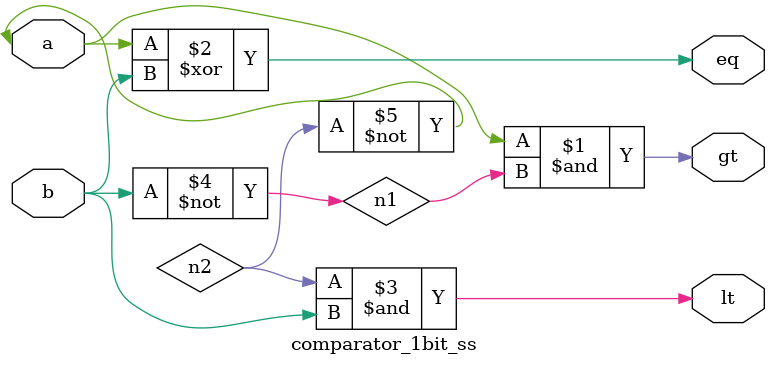
<source format=v>
module comparator_1bit_ss(a,b,gt,eq,lt);
input a,b;
output gt,eq,lt;
not(n1,b);
not(a,n2);
and(gt,a,n1);
xor(eq,a,b);
and(lt,n2,b);
endmodule

</source>
